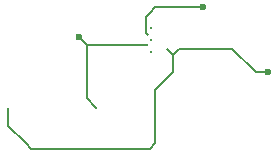
<source format=gbr>
%TF.GenerationSoftware,KiCad,Pcbnew,9.0.4*%
%TF.CreationDate,2025-09-16T01:09:41+05:30*%
%TF.ProjectId,PCB designing,50434220-6465-4736-9967-6e696e672e6b,rev?*%
%TF.SameCoordinates,Original*%
%TF.FileFunction,Copper,L2,Bot*%
%TF.FilePolarity,Positive*%
%FSLAX46Y46*%
G04 Gerber Fmt 4.6, Leading zero omitted, Abs format (unit mm)*
G04 Created by KiCad (PCBNEW 9.0.4) date 2025-09-16 01:09:41*
%MOMM*%
%LPD*%
G01*
G04 APERTURE LIST*
%TA.AperFunction,ComponentPad*%
%ADD10C,0.300000*%
%TD*%
%TA.AperFunction,ViaPad*%
%ADD11C,0.600000*%
%TD*%
%TA.AperFunction,Conductor*%
%ADD12C,0.200000*%
%TD*%
G04 APERTURE END LIST*
D10*
%TO.P,U1,16*%
%TO.N,N/C*%
X154110000Y-68750000D03*
%TO.P,U1,15*%
X154110000Y-67750000D03*
%TO.P,U1,14*%
X154110000Y-66750000D03*
%TD*%
D11*
%TO.N,GND*%
X164000000Y-70500000D03*
%TO.N,GNDREF*%
X148000000Y-67500000D03*
X158500000Y-65000000D03*
%TD*%
D12*
%TO.N,GNDREF*%
X158500000Y-65000000D02*
X154500000Y-65000000D01*
X148701000Y-72701000D02*
X149500000Y-73500000D01*
X148701000Y-68201000D02*
X148701000Y-72701000D01*
%TO.N,GND*%
X142000000Y-75000000D02*
X142000000Y-73500000D01*
X143500000Y-76500000D02*
X142000000Y-75000000D01*
X156000000Y-69000000D02*
X156500000Y-68500000D01*
X156500000Y-68500000D02*
X161000000Y-68500000D01*
X144000000Y-77000000D02*
X143500000Y-76500000D01*
X154000000Y-77000000D02*
X144000000Y-77000000D01*
X154500000Y-72000000D02*
X154500000Y-73500000D01*
X154500000Y-76500000D02*
X154000000Y-77000000D01*
X155000000Y-71500000D02*
X154500000Y-72000000D01*
X154500000Y-73500000D02*
X154500000Y-76500000D01*
X156000000Y-70500000D02*
X155000000Y-71500000D01*
X155500000Y-68500000D02*
X156000000Y-69000000D01*
X156000000Y-69000000D02*
X156000000Y-70500000D01*
X163000000Y-70500000D02*
X161000000Y-68500000D01*
X164000000Y-70500000D02*
X163000000Y-70500000D01*
%TO.N,GNDREF*%
X148000000Y-67500000D02*
X148701000Y-68201000D01*
X153799000Y-68201000D02*
X153861095Y-68138905D01*
X148701000Y-68201000D02*
X153799000Y-68201000D01*
X153659000Y-67159001D02*
X153861094Y-67361095D01*
X154000000Y-65500000D02*
X153659000Y-65841000D01*
X154500000Y-65000000D02*
X154000000Y-65500000D01*
X153659000Y-65841000D02*
X153659000Y-67159001D01*
%TD*%
M02*

</source>
